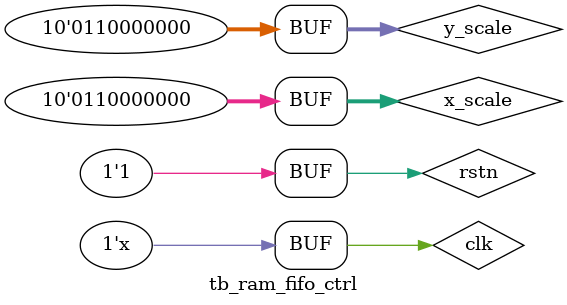
<source format=v>
`timescale 1ps/1ps
module tb_ram_fifo_ctrl();

wire GRS_N;

GTP_GRS GRS_INST (

.GRS_N(1'b1)

);

reg clk;
reg rstn;
initial begin
   clk <= 1'b0;
   rstn<= 1'b0;
   #10;
   rstn<= 1'b1;
end
always #10 clk <= ~clk;


wire     [17:0]       input_x_scale       ;
wire     [17:0]       input_y_scale       ;
wire     [17:0]       output_x_scale      ;
wire     [17:0]       output_y_scale      ;
wire     [9:0]        x_scale             ;
wire     [9:0]        y_scale             ;
wire                  row_vaild           ;
wire     [3:0]        ram_select          ;
wire     [15:0]       out_data            ;
wire     [10:0]       out_addr            ;
wire                  tran_done           ;
reg     [15:0]        in_data             ;
wire                  rd_en               ;
wire                  wr_req              ;


reg      [10:0]       cnt_col             ;
reg      [10:0]       cnt_row             ;

parameter   H_NUM =  8'd200;
assign y_scale = 10'b110000000;
assign x_scale = 10'b110000000;

always @(posedge clk or negedge rstn) begin
   if(!rstn)
      in_data     <=    16'd1;
   else if(rd_en==1'b1) begin
      in_data     <=    in_data+1'd1;
      if(in_data==16'd639)
         in_data     <=    16'd1;
   end
end


ram_fifo_ctrl  ram_fifo_ctrl_inst(
        .clk                 (            clk                  ),
        .rstn                (            rstn                 ),
        .x_scale             (            x_scale              ),//ÐÐ·½ÏòËõ·Å±¶Êý 2_8
        .y_scale             (            y_scale              ),//³¡·½ÏòËõ·Å±¶Êý 2_8
        .row_vaild           (            row_vaild            ),//µ±Ç°Êý¾ÝÓÐÐ§ ¸ßµçÆ½ÓÐÐ§
        .ram_select          (            ram_select           ),//0001 0010 0100 1000
        .dst_row             (            cnt_row              ),
        .out_data            (            out_data             ),
        .out_addr            (            out_addr             ),
        .tran_done           (            tran_done            ),//´«ÊäÍê³É
        .fifo_row_rdy        (            1'b1                 ),
        .in_data             (            in_data              ),
        .rd_en               (            rd_en                ),
        .wr_req              (            wr_req               ) //Ò»ÐÐÊý¾ÝËõ·ÅÍê³É
);

reg     [1:0]   state;
parameter   INIT  =  2'd0,
            IDLE  =  2'd1,
            START =  2'd2;

reg      wr_req_reg;
assign   wr_req = (state==IDLE)?1'd1:1'd0;

always @(posedge clk or negedge rstn) begin
   if(!rstn)
      state     <=    INIT;
   else begin
      case (state)
         INIT: begin
            if(rstn==1'b1)
               state<=IDLE;
         end
         IDLE: begin
            if(tran_done==1'd1)
               state <= START;
         end
         START:   begin
            if(cnt_col==H_NUM-1'd1)
               state <= IDLE;
         end 
 
      endcase
   end
end

always @(posedge clk or negedge rstn) begin
   if(!rstn)
      cnt_col     <=    11'd0;
   else if(state==START) 
      cnt_col     <=    cnt_col+1'd1;
   else if(state==IDLE)
      cnt_col     <=    11'd0;
end

always @(posedge clk or negedge rstn) begin
   if(!rstn)
      cnt_row     <=    11'd1;
   else if(cnt_col==H_NUM-1'd1) 
      cnt_row     <=    cnt_row+1'd1;
   else
      cnt_row     <=    cnt_row;
end


endmodule
</source>
